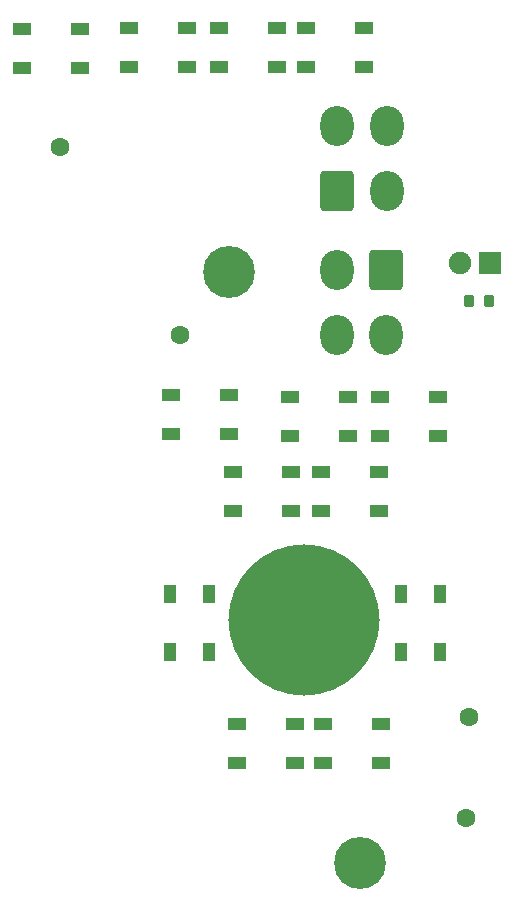
<source format=gbr>
%TF.GenerationSoftware,KiCad,Pcbnew,7.0.1*%
%TF.CreationDate,2023-04-22T13:02:42-08:00*%
%TF.ProjectId,AV COOL PANEL,41562043-4f4f-44c2-9050-414e454c2e6b,3*%
%TF.SameCoordinates,Original*%
%TF.FileFunction,Soldermask,Top*%
%TF.FilePolarity,Negative*%
%FSLAX46Y46*%
G04 Gerber Fmt 4.6, Leading zero omitted, Abs format (unit mm)*
G04 Created by KiCad (PCBNEW 7.0.1) date 2023-04-22 13:02:42*
%MOMM*%
%LPD*%
G01*
G04 APERTURE LIST*
G04 Aperture macros list*
%AMRoundRect*
0 Rectangle with rounded corners*
0 $1 Rounding radius*
0 $2 $3 $4 $5 $6 $7 $8 $9 X,Y pos of 4 corners*
0 Add a 4 corners polygon primitive as box body*
4,1,4,$2,$3,$4,$5,$6,$7,$8,$9,$2,$3,0*
0 Add four circle primitives for the rounded corners*
1,1,$1+$1,$2,$3*
1,1,$1+$1,$4,$5*
1,1,$1+$1,$6,$7*
1,1,$1+$1,$8,$9*
0 Add four rect primitives between the rounded corners*
20,1,$1+$1,$2,$3,$4,$5,0*
20,1,$1+$1,$4,$5,$6,$7,0*
20,1,$1+$1,$6,$7,$8,$9,0*
20,1,$1+$1,$8,$9,$2,$3,0*%
G04 Aperture macros list end*
%ADD10RoundRect,0.050000X-0.750000X-0.450000X0.750000X-0.450000X0.750000X0.450000X-0.750000X0.450000X0*%
%ADD11RoundRect,0.050000X0.450000X-0.750000X0.450000X0.750000X-0.450000X0.750000X-0.450000X-0.750000X0*%
%ADD12RoundRect,0.050000X-0.450000X0.750000X-0.450000X-0.750000X0.450000X-0.750000X0.450000X0.750000X0*%
%ADD13C,1.600000*%
%ADD14C,12.800000*%
%ADD15RoundRect,0.250000X0.200000X0.275000X-0.200000X0.275000X-0.200000X-0.275000X0.200000X-0.275000X0*%
%ADD16RoundRect,0.050000X0.900000X0.900000X-0.900000X0.900000X-0.900000X-0.900000X0.900000X-0.900000X0*%
%ADD17C,1.900000*%
%ADD18RoundRect,0.300001X-1.099999X-1.399999X1.099999X-1.399999X1.099999X1.399999X-1.099999X1.399999X0*%
%ADD19O,2.800000X3.400000*%
%ADD20C,4.400000*%
%ADD21RoundRect,0.300001X1.099999X1.399999X-1.099999X1.399999X-1.099999X-1.399999X1.099999X-1.399999X0*%
G04 APERTURE END LIST*
D10*
%TO.C,D2*%
X210312000Y-37288000D03*
X210312000Y-40588000D03*
X215212000Y-40588000D03*
X215212000Y-37288000D03*
%TD*%
%TO.C,D3*%
X219382000Y-37212000D03*
X219382000Y-40512000D03*
X224282000Y-40512000D03*
X224282000Y-37212000D03*
%TD*%
%TO.C,D4*%
X227002000Y-37212000D03*
X227002000Y-40512000D03*
X231902000Y-40512000D03*
X231902000Y-37212000D03*
%TD*%
%TO.C,D5*%
X234368000Y-37212000D03*
X234368000Y-40512000D03*
X239268000Y-40512000D03*
X239268000Y-37212000D03*
%TD*%
%TO.C,D6*%
X222938000Y-68276000D03*
X222938000Y-71576000D03*
X227838000Y-71576000D03*
X227838000Y-68276000D03*
%TD*%
%TO.C,D7*%
X233008000Y-68454000D03*
X233008000Y-71754000D03*
X237908000Y-71754000D03*
X237908000Y-68454000D03*
%TD*%
%TO.C,D8*%
X240628000Y-68454000D03*
X240628000Y-71754000D03*
X245528000Y-71754000D03*
X245528000Y-68454000D03*
%TD*%
%TO.C,D9*%
X228182000Y-74804000D03*
X228182000Y-78104000D03*
X233082000Y-78104000D03*
X233082000Y-74804000D03*
%TD*%
%TO.C,D10*%
X235638000Y-74804000D03*
X235638000Y-78104000D03*
X240538000Y-78104000D03*
X240538000Y-74804000D03*
%TD*%
D11*
%TO.C,D11*%
X242444000Y-90080000D03*
X245744000Y-90080000D03*
X245744000Y-85180000D03*
X242444000Y-85180000D03*
%TD*%
D10*
%TO.C,D12*%
X235802000Y-96140000D03*
X235802000Y-99440000D03*
X240702000Y-99440000D03*
X240702000Y-96140000D03*
%TD*%
%TO.C,D13*%
X228526000Y-96140000D03*
X228526000Y-99440000D03*
X233426000Y-99440000D03*
X233426000Y-96140000D03*
%TD*%
D12*
%TO.C,D14*%
X226186000Y-85180000D03*
X222886000Y-85180000D03*
X222886000Y-90080000D03*
X226186000Y-90080000D03*
%TD*%
D13*
%TO.C,TP2*%
X247960000Y-104090000D03*
%TD*%
%TO.C,TP4*%
X223740000Y-63250000D03*
%TD*%
D14*
%TO.C,H3*%
X234188019Y-87376010D03*
%TD*%
D13*
%TO.C,TP1*%
X248200000Y-95530000D03*
%TD*%
%TO.C,TP3*%
X213580000Y-47290000D03*
%TD*%
D15*
%TO.C,R1*%
X249875000Y-60310000D03*
X248225000Y-60310000D03*
%TD*%
D16*
%TO.C,D1*%
X249935000Y-57140000D03*
D17*
X247395000Y-57140000D03*
%TD*%
D18*
%TO.C,J1*%
X237020000Y-50990000D03*
D19*
X241220000Y-50990000D03*
X237020000Y-45490000D03*
X241220000Y-45490000D03*
%TD*%
D20*
%TO.C,H2*%
X238950519Y-107950010D03*
%TD*%
%TO.C,H1*%
X227838000Y-57912000D03*
%TD*%
D21*
%TO.C,J2*%
X241200000Y-57680000D03*
D19*
X237000000Y-57680000D03*
X241200000Y-63180000D03*
X237000000Y-63180000D03*
%TD*%
M02*

</source>
